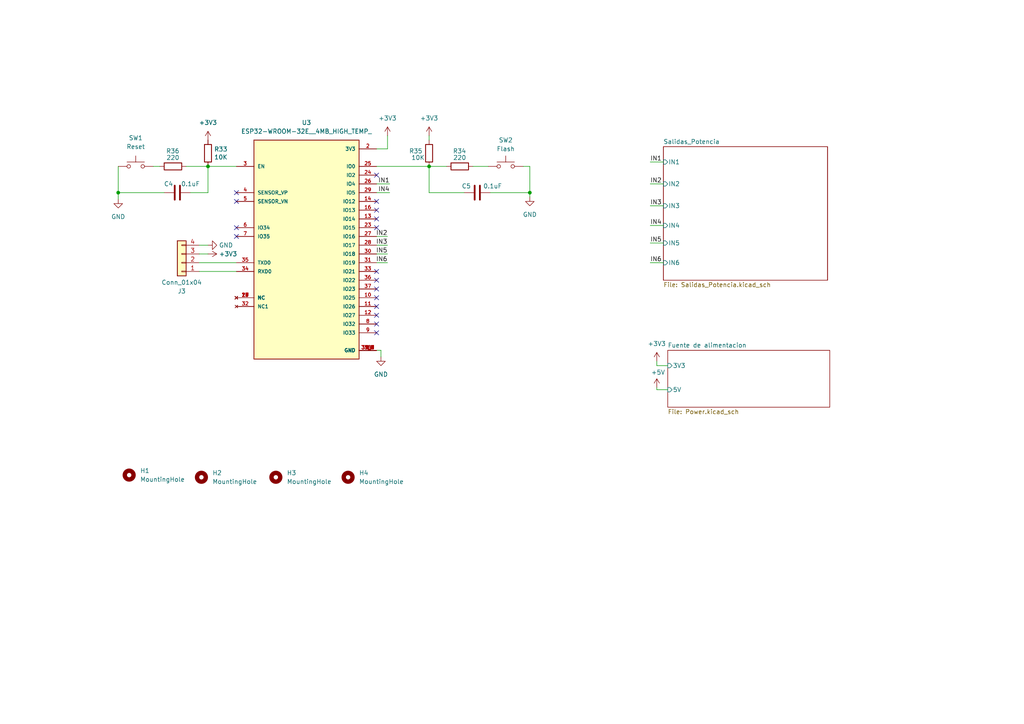
<source format=kicad_sch>
(kicad_sch (version 20230121) (generator eeschema)
  (paper "A4")
  (lib_symbols
    (symbol "Connector_Generic:Conn_01x04" (pin_names (offset 1.016) hide)
      (property "Reference" "J" (at 0 5.08 0))
      (property "Value" "Conn_01x04" (at 0 -7.62 0))
      (symbol "Conn_01x04_1_1"
        (rectangle (start -1.27 -4.953) (end 0 -5.207) (stroke (width 0.1524)))
        (rectangle (start -1.27 -2.413) (end 0 -2.667) (stroke (width 0.1524)))
        (rectangle (start -1.27 0.127) (end 0 -0.127) (stroke (width 0.1524)))
        (rectangle (start -1.27 2.667) (end 0 2.413) (stroke (width 0.1524)))
        (rectangle (start -1.27 3.81) (end 1.27 -6.35) (stroke (width 0.254)) (fill (type background)))
        (pin passive line (at -5.08 2.54 0) (length 3.81) (name "Pin_1") (number "1"))
        (pin passive line (at -5.08 0 0) (length 3.81) (name "Pin_2") (number "2"))
        (pin passive line (at -5.08 -2.54 0) (length 3.81) (name "Pin_3") (number "3"))
        (pin passive line (at -5.08 -5.08 0) (length 3.81) (name "Pin_4") (number "4"))
      )
    )
    (symbol "Device:C" (pin_numbers hide) (pin_names (offset 0.254))
      (property "Reference" "C" (at 0.635 2.54 0))
      (property "Value" "C" (at 0.635 -2.54 0))
      (symbol "C_0_1"
        (polyline (pts (xy -2.032 -0.762) (xy 2.032 -0.762)) (stroke (width 0.508)))
        (polyline (pts (xy -2.032 0.762) (xy 2.032 0.762)) (stroke (width 0.508)))
      )
      (symbol "C_1_1"
        (pin passive line (at 0 3.81 270) (length 2.794) (name "~") (number "1"))
        (pin passive line (at 0 -3.81 90) (length 2.794) (name "~") (number "2"))
      )
    )
    (symbol "Device:R" (pin_numbers hide) (pin_names (offset 0))
      (property "Reference" "R" (at 2.032 0 90))
      (property "Value" "R" (at 0 0 90))
      (symbol "R_0_1"
        (rectangle (start -1.016 -2.54) (end 1.016 2.54) (stroke (width 0.254)))
      )
      (symbol "R_1_1"
        (pin passive line (at 0 3.81 270) (length 1.27) (name "~") (number "1"))
        (pin passive line (at 0 -3.81 90) (length 1.27) (name "~") (number "2"))
      )
    )
    (symbol "ESP32-WROOM-32E__4MB_HIGH_TEMP_:ESP32-WROOM-32E__4MB_HIGH_TEMP_" (pin_names (offset 1.016))
      (property "Reference" "U" (at -15.24 33.909 0))
      (property "Value" "ESP32-WROOM-32E__4MB_HIGH_TEMP_" (at -15.24 -33.02 0))
      (symbol "ESP32-WROOM-32E__4MB_HIGH_TEMP__0_0"
        (rectangle (start -15.24 -30.48) (end 15.24 33.02) (stroke (width 0.254)) (fill (type background)))
        (pin power_in line (at 20.32 -27.94 180) (length 5.08) (name "GND") (number "1"))
        (pin bidirectional line (at 20.32 -12.7 180) (length 5.08) (name "IO25") (number "10"))
        (pin bidirectional line (at 20.32 -15.24 180) (length 5.08) (name "IO26") (number "11"))
        (pin bidirectional line (at 20.32 -17.78 180) (length 5.08) (name "IO27") (number "12"))
        (pin bidirectional line (at 20.32 10.16 180) (length 5.08) (name "IO14") (number "13"))
        (pin bidirectional line (at 20.32 15.24 180) (length 5.08) (name "IO12") (number "14"))
        (pin power_in line (at 20.32 -27.94 180) (length 5.08) (name "GND") (number "15"))
        (pin bidirectional line (at 20.32 12.7 180) (length 5.08) (name "IO13") (number "16"))
        (pin no_connect line (at -20.32 -12.7 0) (length 5.08) (name "NC") (number "17"))
        (pin no_connect line (at -20.32 -12.7 0) (length 5.08) (name "NC") (number "18"))
        (pin no_connect line (at -20.32 -12.7 0) (length 5.08) (name "NC") (number "19"))
        (pin power_in line (at 20.32 30.48 180) (length 5.08) (name "3V3") (number "2"))
        (pin no_connect line (at -20.32 -12.7 0) (length 5.08) (name "NC") (number "20"))
        (pin no_connect line (at -20.32 -12.7 0) (length 5.08) (name "NC") (number "21"))
        (pin no_connect line (at -20.32 -12.7 0) (length 5.08) (name "NC") (number "22"))
        (pin bidirectional line (at 20.32 7.62 180) (length 5.08) (name "IO15") (number "23"))
        (pin bidirectional line (at 20.32 22.86 180) (length 5.08) (name "IO2") (number "24"))
        (pin bidirectional line (at 20.32 25.4 180) (length 5.08) (name "IO0") (number "25"))
        (pin bidirectional line (at 20.32 20.32 180) (length 5.08) (name "IO4") (number "26"))
        (pin bidirectional line (at 20.32 5.08 180) (length 5.08) (name "IO16") (number "27"))
        (pin bidirectional line (at 20.32 2.54 180) (length 5.08) (name "IO17") (number "28"))
        (pin bidirectional line (at 20.32 17.78 180) (length 5.08) (name "IO5") (number "29"))
        (pin input line (at -20.32 25.4 0) (length 5.08) (name "EN") (number "3"))
        (pin bidirectional line (at 20.32 0 180) (length 5.08) (name "IO18") (number "30"))
        (pin bidirectional line (at 20.32 -2.54 180) (length 5.08) (name "IO19") (number "31"))
        (pin no_connect line (at -20.32 -15.24 0) (length 5.08) (name "NC1") (number "32"))
        (pin bidirectional line (at 20.32 -5.08 180) (length 5.08) (name "IO21") (number "33"))
        (pin bidirectional line (at -20.32 -5.08 0) (length 5.08) (name "RXD0") (number "34"))
        (pin bidirectional line (at -20.32 -2.54 0) (length 5.08) (name "TXD0") (number "35"))
        (pin bidirectional line (at 20.32 -7.62 180) (length 5.08) (name "IO22") (number "36"))
        (pin bidirectional line (at 20.32 -10.16 180) (length 5.08) (name "IO23") (number "37"))
        (pin power_in line (at 20.32 -27.94 180) (length 5.08) (name "GND") (number "38"))
        (pin power_in line (at 20.32 -27.94 180) (length 5.08) (name "GND") (number "39_1"))
        (pin power_in line (at 20.32 -27.94 180) (length 5.08) (name "GND") (number "39_2"))
        (pin power_in line (at 20.32 -27.94 180) (length 5.08) (name "GND") (number "39_3"))
        (pin power_in line (at 20.32 -27.94 180) (length 5.08) (name "GND") (number "39_4"))
        (pin power_in line (at 20.32 -27.94 180) (length 5.08) (name "GND") (number "39_5"))
        (pin power_in line (at 20.32 -27.94 180) (length 5.08) (name "GND") (number "39_6"))
        (pin power_in line (at 20.32 -27.94 180) (length 5.08) (name "GND") (number "39_7"))
        (pin power_in line (at 20.32 -27.94 180) (length 5.08) (name "GND") (number "39_8"))
        (pin power_in line (at 20.32 -27.94 180) (length 5.08) (name "GND") (number "39_9"))
        (pin input line (at -20.32 17.78 0) (length 5.08) (name "SENSOR_VP") (number "4"))
        (pin input line (at -20.32 15.24 0) (length 5.08) (name "SENSOR_VN") (number "5"))
        (pin input line (at -20.32 7.62 0) (length 5.08) (name "IO34") (number "6"))
        (pin input line (at -20.32 5.08 0) (length 5.08) (name "IO35") (number "7"))
        (pin bidirectional line (at 20.32 -20.32 180) (length 5.08) (name "IO32") (number "8"))
        (pin bidirectional line (at 20.32 -22.86 180) (length 5.08) (name "IO33") (number "9"))
      )
    )
    (symbol "Mechanical:MountingHole" (pin_names (offset 1.016))
      (property "Reference" "H" (at 0 5.08 0))
      (property "Value" "MountingHole" (at 0 3.175 0))
      (symbol "MountingHole_0_1"
        (circle (center 0 0) (radius 1.27) (stroke (width 1.27)))
      )
    )
    (symbol "Switch:SW_Omron_B3FS" (pin_numbers hide) (pin_names (offset 1.016) hide)
      (property "Reference" "SW" (at 1.27 2.54 0))
      (property "Value" "SW_Omron_B3FS" (at 0 -1.524 0))
      (symbol "SW_Omron_B3FS_0_1"
        (circle (center -2.032 0) (radius 0.508))
        (polyline (pts (xy 0 1.27) (xy 0 3.048)))
        (polyline (pts (xy 2.54 1.27) (xy -2.54 1.27)))
        (circle (center 2.032 0) (radius 0.508))
        (pin passive line (at -5.08 0 0) (length 2.54) (name "1") (number "1"))
        (pin passive line (at 5.08 0 180) (length 2.54) (name "2") (number "2"))
      )
    )
    (symbol "power:+3V3" (power) (pin_names (offset 0))
      (property "Value" "+3V3" (at 0 3.556 0))
      (symbol "+3V3_0_1"
        (polyline (pts (xy -0.762 1.27) (xy 0 2.54)))
        (polyline (pts (xy 0 0) (xy 0 2.54)))
        (polyline (pts (xy 0 2.54) (xy 0.762 1.27)))
      )
      (symbol "+3V3_1_1"
        (pin power_in line (at 0 0 90) (length 0) hide (name "+3V3") (number "1"))
      )
    )
    (symbol "power:+5V" (power) (pin_names (offset 0))
      (property "Value" "+5V" (at 0 3.556 0))
      (symbol "+5V_0_1"
        (polyline (pts (xy -0.762 1.27) (xy 0 2.54)))
        (polyline (pts (xy 0 0) (xy 0 2.54)))
        (polyline (pts (xy 0 2.54) (xy 0.762 1.27)))
      )
      (symbol "+5V_1_1"
        (pin power_in line (at 0 0 90) (length 0) hide (name "+5V") (number "1"))
      )
    )
    (symbol "power:GND" (power) (pin_names (offset 0))
      (property "Value" "GND" (at 0 -3.81 0))
      (symbol "GND_0_1"
        (polyline (pts (xy 0 0) (xy 0 -1.27) (xy 1.27 -1.27) (xy 0 -2.54) (xy -1.27 -1.27) (xy 0 -1.27)))
      )
      (symbol "GND_1_1"
        (pin power_in line (at 0 0 270) (length 0) hide (name "GND") (number "1"))
      )
    )
  )
  (junction (at 153.67 55.88))
  (junction (at 34.29 55.88))
  (junction (at 124.46 48.26))
  (junction (at 60.325 48.26))
  (no_connect (at 109.22 93.98))
  (no_connect (at 68.58 58.42))
  (no_connect (at 68.58 66.04))
  (no_connect (at 68.58 68.58))
  (no_connect (at 109.22 83.82))
  (no_connect (at 109.22 91.44))
  (no_connect (at 109.22 78.74))
  (no_connect (at 68.58 55.88))
  (no_connect (at 109.22 58.42))
  (no_connect (at 109.22 81.28))
  (no_connect (at 109.22 50.8))
  (no_connect (at 109.22 66.04))
  (no_connect (at 109.22 96.52))
  (no_connect (at 109.22 88.9))
  (no_connect (at 109.22 63.5))
  (no_connect (at 109.22 86.36))
  (no_connect (at 109.22 60.96))
  (wire (pts (xy 188.595 46.99) (xy 192.405 46.99)))
  (wire (pts (xy 34.29 55.88) (xy 47.625 55.88)))
  (wire (pts (xy 109.22 43.18) (xy 112.395 43.18)))
  (wire (pts (xy 190.5 112.395) (xy 190.5 113.03)))
  (wire (pts (xy 34.29 48.26) (xy 34.29 55.88)))
  (wire (pts (xy 188.595 65.405) (xy 192.405 65.405)))
  (wire (pts (xy 110.49 101.6) (xy 110.49 103.505)))
  (wire (pts (xy 188.595 70.485) (xy 192.405 70.485)))
  (wire (pts (xy 60.325 55.88) (xy 60.325 48.26)))
  (wire (pts (xy 34.29 55.88) (xy 34.29 57.785)))
  (wire (pts (xy 113.03 53.34) (xy 109.22 53.34)))
  (wire (pts (xy 190.5 106.045) (xy 190.5 104.775)))
  (wire (pts (xy 124.46 55.88) (xy 124.46 48.26)))
  (wire (pts (xy 188.595 76.2) (xy 192.405 76.2)))
  (wire (pts (xy 193.675 106.045) (xy 190.5 106.045)))
  (wire (pts (xy 153.67 55.88) (xy 153.67 57.15)))
  (wire (pts (xy 112.395 71.12) (xy 109.22 71.12)))
  (wire (pts (xy 60.325 48.26) (xy 68.58 48.26)))
  (wire (pts (xy 113.03 55.88) (xy 109.22 55.88)))
  (wire (pts (xy 193.675 113.03) (xy 190.5 113.03)))
  (wire (pts (xy 109.22 48.26) (xy 124.46 48.26)))
  (wire (pts (xy 109.22 101.6) (xy 110.49 101.6)))
  (wire (pts (xy 188.595 59.69) (xy 192.405 59.69)))
  (wire (pts (xy 57.785 76.2) (xy 68.58 76.2)))
  (wire (pts (xy 57.785 78.74) (xy 68.58 78.74)))
  (wire (pts (xy 137.16 48.26) (xy 141.605 48.26)))
  (wire (pts (xy 134.62 55.88) (xy 124.46 55.88)))
  (wire (pts (xy 53.975 48.26) (xy 60.325 48.26)))
  (wire (pts (xy 153.67 48.26) (xy 153.67 55.88)))
  (wire (pts (xy 124.46 39.37) (xy 124.46 40.64)))
  (wire (pts (xy 55.245 55.88) (xy 60.325 55.88)))
  (wire (pts (xy 57.785 71.12) (xy 60.325 71.12)))
  (wire (pts (xy 57.785 73.66) (xy 60.325 73.66)))
  (wire (pts (xy 124.46 48.26) (xy 129.54 48.26)))
  (wire (pts (xy 188.595 53.34) (xy 192.405 53.34)))
  (wire (pts (xy 109.22 76.2) (xy 112.395 76.2)))
  (wire (pts (xy 44.45 48.26) (xy 46.355 48.26)))
  (wire (pts (xy 112.395 68.58) (xy 109.22 68.58)))
  (wire (pts (xy 112.395 39.37) (xy 112.395 43.18)))
  (wire (pts (xy 151.765 48.26) (xy 153.67 48.26)))
  (wire (pts (xy 142.24 55.88) (xy 153.67 55.88)))
  (wire (pts (xy 112.395 73.66) (xy 109.22 73.66)))
  (label "IN6" (at 188.595 76.2 0))
  (label "IN5" (at 188.595 70.485 0))
  (label "IN6" (at 112.395 76.2 180))
  (label "IN4" (at 113.03 55.88 180))
  (label "IN2" (at 188.595 53.34 0))
  (label "IN3" (at 112.395 71.12 180))
  (label "IN5" (at 112.395 73.66 180))
  (label "IN1" (at 113.03 53.34 180))
  (label "IN4" (at 188.595 65.405 0))
  (label "IN1" (at 188.595 46.99 0))
  (label "IN2" (at 112.395 68.58 180))
  (label "IN3" (at 188.595 59.69 0))
  (symbol (lib_id "power:+3V3") (at 60.325 40.64 0) (unit 1)
    (property "Reference" "#PWR034" (effects hide))
    (property "Value" "+3V3" (at 60.325 35.56 0))
  )
  (symbol (lib_id "power:+3V3") (at 112.395 39.37 0) (unit 1)
    (property "Reference" "#PWR025" (effects hide))
    (property "Value" "+3V3" (at 112.395 34.29 0))
  )
  (symbol (lib_id "ESP32-WROOM-32E__4MB_HIGH_TEMP_:ESP32-WROOM-32E__4MB_HIGH_TEMP_") (at 88.9 73.66 0) (unit 1)
    (property "Reference" "U3" (at 88.9 35.56 0))
    (property "Value" "ESP32-WROOM-32E__4MB_HIGH_TEMP_" (at 88.9 38.1 0))
    (property "Footprint" "ESP32:ESP32-WROOM-32E__4MB_HIGH_TEMP" (effects hide))
    (property "SnapEDA_Link" "https://www.snapeda.com/parts/ESP32-WROOM-32E%20(4MB%20HIGH%20TEMP)/Espressif+Systems/view-part/?ref=snap" (effects hide))
    (property "MAXIMUM_PACKAGE_HEIGHT" "3.25mm" (effects hide))
    (property "Package" "SMD-44 Espressif Systems" (effects hide))
    (property "Check_prices" "https://www.snapeda.com/parts/ESP32-WROOM-32E%20(4MB%20HIGH%20TEMP)/Espressif+Systems/view-part/?ref=eda" (effects hide))
    (property "STANDARD" "Manufacturer Recommendations" (effects hide))
    (property "PARTREV" "1.3" (effects hide))
    (property "MF" "Espressif Systems" (effects hide))
    (property "MP" "ESP32-WROOM-32E (4MB HIGH TEMP)" (effects hide))
    (property "Description" "\nBluetooth, WiFi 802.11b/g/n, Bluetooth v4.2 +EDR, Class 1, 2 and 3 Transceiver Module 2.4GHz ~ 2.5GHz Integrated, Trace Surface Mount\n" (effects hide))
    (property "MANUFACTURER" "Espressif Systems" (effects hide))
  )
  (symbol (lib_id "Device:R") (at 133.35 48.26 90) (unit 1)
    (property "Reference" "R34" (at 135.255 43.815 90) (effects (justify left)))
    (property "Value" "220" (at 135.255 45.72 90) (effects (justify left)))
    (property "Footprint" "Resistor_SMD:R_0805_2012Metric_Pad1.20x1.40mm_HandSolder" (effects hide))
    (property "MOUNTING_TECHNOLOGY" "SMD" (effects hide))
    (property "PACKAGE_TYPE" "0603" (effects hide))
    (property "Description" "RES SMD 100K OHM 5% 1/10W 0603" (effects hide))
    (property "Manufacturer" "Bourns Inc." (effects hide))
    (property "Mfg Part #" "CR0603-JW-104ELF" (effects hide))
  )
  (symbol (lib_id "power:+3V3") (at 190.5 104.775 0) (unit 1)
    (property "Reference" "#PWR040" (effects hide))
    (property "Value" "+3V3" (at 190.5 99.695 0))
  )
  (symbol (lib_id "Mechanical:MountingHole") (at 100.965 138.43 0) (unit 1)
    (property "Reference" "H4" (at 104.14 137.16 0) (effects (justify left)))
    (property "Value" "MountingHole" (at 104.14 139.7 0) (effects (justify left)))
    (property "Footprint" "MountingHole:MountingHole_3.2mm_M3_DIN965" (effects hide))
  )
  (symbol (lib_id "Mechanical:MountingHole") (at 80.01 138.43 0) (unit 1)
    (property "Reference" "H3" (at 83.185 137.16 0) (effects (justify left)))
    (property "Value" "MountingHole" (at 83.185 139.7 0) (effects (justify left)))
    (property "Footprint" "MountingHole:MountingHole_3.2mm_M3_DIN965" (effects hide))
  )
  (symbol (lib_id "Device:R") (at 60.325 44.45 0) (unit 1)
    (property "Reference" "R33" (at 62.103 43.2816 0) (effects (justify left)))
    (property "Value" "10K" (at 62.103 45.593 0) (effects (justify left)))
    (property "Footprint" "Resistor_SMD:R_0805_2012Metric_Pad1.20x1.40mm_HandSolder" (effects hide))
    (property "MOUNTING_TECHNOLOGY" "SMD" (effects hide))
    (property "PACKAGE_TYPE" "0603" (effects hide))
    (property "Description" "RES SMD 100K OHM 5% 1/10W 0603" (effects hide))
    (property "Manufacturer" "Bourns Inc." (effects hide))
    (property "Mfg Part #" "CR0603-JW-104ELF" (effects hide))
  )
  (symbol (lib_id "Device:R") (at 50.165 48.26 90) (unit 1)
    (property "Reference" "R36" (at 52.07 43.815 90) (effects (justify left)))
    (property "Value" "220" (at 52.07 45.72 90) (effects (justify left)))
    (property "Footprint" "Resistor_SMD:R_0805_2012Metric_Pad1.20x1.40mm_HandSolder" (effects hide))
    (property "MOUNTING_TECHNOLOGY" "SMD" (effects hide))
    (property "PACKAGE_TYPE" "0603" (effects hide))
    (property "Description" "RES SMD 100K OHM 5% 1/10W 0603" (effects hide))
    (property "Manufacturer" "Bourns Inc." (effects hide))
    (property "Mfg Part #" "CR0603-JW-104ELF" (effects hide))
  )
  (symbol (lib_id "Connector_Generic:Conn_01x04") (at 52.705 76.2 180) (unit 1)
    (property "Reference" "J3" (at 52.705 84.455 0))
    (property "Value" "Conn_01x04" (at 52.705 81.915 0))
    (property "Footprint" "Connector_PinHeader_2.54mm:PinHeader_1x04_P2.54mm_Vertical" (effects hide))
  )
  (symbol (lib_id "Switch:SW_Omron_B3FS") (at 146.685 48.26 0) (unit 1)
    (property "Reference" "SW2" (at 146.685 40.64 0))
    (property "Value" "Flash" (at 146.685 43.18 0))
    (property "Footprint" "ProyectoUTN:SW_Tactile_SPST_NO_Straight_6x3,5_modificado" (effects hide))
    (property "Datasheet" "https://articulo.mercadolibre.com.ar/MLA-1139483355-microswitch-pulsa-tact-switch-smd-2c-6-x-35x25mm-x-10-htec-_JM#position=13&search_layout=stack&type=item&tracking_id=761e6d98-a582-40b5-8e40-4b49c01ed575" (effects hide))
  )
  (symbol (lib_id "power:+3V3") (at 124.46 39.37 0) (unit 1)
    (property "Reference" "#PWR033" (effects hide))
    (property "Value" "+3V3" (at 124.46 34.29 0))
  )
  (symbol (lib_id "power:GND") (at 60.325 71.12 90) (unit 1)
    (property "Reference" "#PWR037" (effects hide))
    (property "Value" "GND" (at 63.5 71.12 90) (effects (justify right)))
  )
  (symbol (lib_id "power:GND") (at 110.49 103.505 0) (unit 1)
    (property "Reference" "#PWR042" (effects hide))
    (property "Value" "GND" (at 110.49 108.585 0))
  )
  (symbol (lib_id "Device:C") (at 138.43 55.88 270) (unit 1)
    (property "Reference" "C5" (at 135.255 53.975 90))
    (property "Value" "0.1uF" (at 142.875 53.975 90))
    (property "Footprint" "Capacitor_SMD:C_0805_2012Metric" (effects hide))
    (property "PACKAGE_TYPE" "0603" (effects hide))
    (property "MOUNTING_TECHNOLOGY" "SMD" (effects hide))
    (property "Description" "CAP CER 0.1UF 50V X7R 0603" (effects hide))
    (property "Manufacturer" "Samsung Electro-Mechanics" (effects hide))
    (property "Mfg Part #" "CL10B104KB8NNWC" (effects hide))
  )
  (symbol (lib_id "power:GND") (at 34.29 57.785 0) (unit 1)
    (property "Reference" "#PWR035" (effects hide))
    (property "Value" "GND" (at 34.29 62.865 0))
  )
  (symbol (lib_id "power:+3V3") (at 60.325 73.66 270) (unit 1)
    (property "Reference" "#PWR036" (effects hide))
    (property "Value" "+3V3" (at 63.5 73.66 90) (effects (justify left)))
  )
  (symbol (lib_id "Device:R") (at 124.46 44.45 180) (unit 1)
    (property "Reference" "R35" (at 122.555 43.815 0) (effects (justify left)))
    (property "Value" "10K" (at 123.19 45.72 0) (effects (justify left)))
    (property "Footprint" "Resistor_SMD:R_0805_2012Metric_Pad1.20x1.40mm_HandSolder" (effects hide))
    (property "MOUNTING_TECHNOLOGY" "SMD" (effects hide))
    (property "PACKAGE_TYPE" "0603" (effects hide))
    (property "Description" "RES SMD 100K OHM 5% 1/10W 0603" (effects hide))
    (property "Manufacturer" "Bourns Inc." (effects hide))
    (property "Mfg Part #" "CR0603-JW-104ELF" (effects hide))
  )
  (symbol (lib_id "power:GND") (at 153.67 57.15 0) (unit 1)
    (property "Reference" "#PWR032" (effects hide))
    (property "Value" "GND" (at 153.67 62.23 0))
  )
  (symbol (lib_id "Mechanical:MountingHole") (at 58.42 138.43 0) (unit 1)
    (property "Reference" "H2" (at 61.595 137.16 0) (effects (justify left)))
    (property "Value" "MountingHole" (at 61.595 139.7 0) (effects (justify left)))
    (property "Footprint" "MountingHole:MountingHole_3.2mm_M3_DIN965" (effects hide))
  )
  (symbol (lib_id "Mechanical:MountingHole") (at 37.465 137.795 0) (unit 1)
    (property "Reference" "H1" (at 40.64 136.525 0) (effects (justify left)))
    (property "Value" "MountingHole" (at 40.64 139.065 0) (effects (justify left)))
    (property "Footprint" "MountingHole:MountingHole_3.2mm_M3_DIN965" (effects hide))
  )
  (symbol (lib_id "power:+5V") (at 190.5 112.395 0) (unit 1)
    (property "Reference" "#PWR041" (effects hide))
    (property "Value" "+5V" (at 190.881 108.0008 0))
  )
  (symbol (lib_id "Switch:SW_Omron_B3FS") (at 39.37 48.26 0) (unit 1)
    (property "Reference" "SW1" (at 39.37 40.005 0))
    (property "Value" "Reset" (at 39.37 42.545 0))
    (property "Footprint" "ProyectoUTN:SW_Tactile_SPST_NO_Straight_6x3,5_modificado" (effects hide))
    (property "Datasheet" "https://articulo.mercadolibre.com.ar/MLA-1139483355-microswitch-pulsa-tact-switch-smd-2c-6-x-35x25mm-x-10-htec-_JM#position=13&search_layout=stack&type=item&tracking_id=761e6d98-a582-40b5-8e40-4b49c01ed575" (effects hide))
  )
  (symbol (lib_id "Device:C") (at 51.435 55.88 270) (unit 1)
    (property "Reference" "C4" (at 48.895 53.34 90))
    (property "Value" "0.1uF" (at 55.245 53.34 90))
    (property "Footprint" "Capacitor_SMD:C_0805_2012Metric" (effects hide))
    (property "PACKAGE_TYPE" "0603" (effects hide))
    (property "MOUNTING_TECHNOLOGY" "SMD" (effects hide))
    (property "Description" "CAP CER 0.1UF 50V X7R 0603" (effects hide))
    (property "Manufacturer" "Samsung Electro-Mechanics" (effects hide))
    (property "Mfg Part #" "CL10B104KB8NNWC" (effects hide))
  )
  (sheet (at 193.675 101.6) (size 46.99 16.51) (stroke (width 0.1524))
    (property "Sheetname" "Fuente de alimentacion" (at 193.675 100.8884 0) (effects (justify left bottom)))
    (property "Sheetfile" "Power.kicad_sch" (at 193.675 118.6946 0) (effects (justify left top)))
    (pin "3V3" input (at 193.675 106.045 180))
    (pin "5V" input (at 193.675 113.03 180))
  )
  (sheet (at 192.405 42.545) (size 47.625 38.735) (stroke (width 0.1524))
    (property "Sheetname" "Salidas_Potencia" (at 192.405 41.8334 0) (effects (justify left bottom)))
    (property "Sheetfile" "Salidas_Potencia.kicad_sch" (at 192.405 81.8646 0) (effects (justify left top)))
    (pin "IN6" input (at 192.405 76.2 180))
    (pin "IN3" input (at 192.405 59.69 180))
    (pin "IN1" input (at 192.405 46.99 180))
    (pin "IN4" input (at 192.405 65.405 180))
    (pin "IN5" input (at 192.405 70.485 180))
    (pin "IN2" input (at 192.405 53.34 180))
  )
)
</source>
